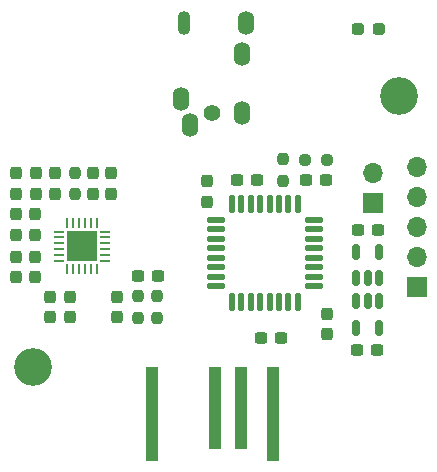
<source format=gts>
G04 #@! TF.GenerationSoftware,KiCad,Pcbnew,8.0.1*
G04 #@! TF.CreationDate,2024-04-27T09:51:47+09:30*
G04 #@! TF.ProjectId,hawk,6861776b-2e6b-4696-9361-645f70636258,1*
G04 #@! TF.SameCoordinates,Original*
G04 #@! TF.FileFunction,Soldermask,Top*
G04 #@! TF.FilePolarity,Negative*
%FSLAX46Y46*%
G04 Gerber Fmt 4.6, Leading zero omitted, Abs format (unit mm)*
G04 Created by KiCad (PCBNEW 8.0.1) date 2024-04-27 09:51:47*
%MOMM*%
%LPD*%
G01*
G04 APERTURE LIST*
G04 Aperture macros list*
%AMRoundRect*
0 Rectangle with rounded corners*
0 $1 Rounding radius*
0 $2 $3 $4 $5 $6 $7 $8 $9 X,Y pos of 4 corners*
0 Add a 4 corners polygon primitive as box body*
4,1,4,$2,$3,$4,$5,$6,$7,$8,$9,$2,$3,0*
0 Add four circle primitives for the rounded corners*
1,1,$1+$1,$2,$3*
1,1,$1+$1,$4,$5*
1,1,$1+$1,$6,$7*
1,1,$1+$1,$8,$9*
0 Add four rect primitives between the rounded corners*
20,1,$1+$1,$2,$3,$4,$5,0*
20,1,$1+$1,$4,$5,$6,$7,0*
20,1,$1+$1,$6,$7,$8,$9,0*
20,1,$1+$1,$8,$9,$2,$3,0*%
G04 Aperture macros list end*
%ADD10RoundRect,0.237500X-0.237500X0.300000X-0.237500X-0.300000X0.237500X-0.300000X0.237500X0.300000X0*%
%ADD11RoundRect,0.237500X0.300000X0.237500X-0.300000X0.237500X-0.300000X-0.237500X0.300000X-0.237500X0*%
%ADD12C,3.200000*%
%ADD13RoundRect,0.237500X-0.237500X0.250000X-0.237500X-0.250000X0.237500X-0.250000X0.237500X0.250000X0*%
%ADD14R,1.000000X7.000000*%
%ADD15RoundRect,0.237500X0.237500X-0.300000X0.237500X0.300000X-0.237500X0.300000X-0.237500X-0.300000X0*%
%ADD16RoundRect,0.150000X0.150000X-0.512500X0.150000X0.512500X-0.150000X0.512500X-0.150000X-0.512500X0*%
%ADD17RoundRect,0.125000X0.625000X0.125000X-0.625000X0.125000X-0.625000X-0.125000X0.625000X-0.125000X0*%
%ADD18RoundRect,0.125000X0.125000X0.625000X-0.125000X0.625000X-0.125000X-0.625000X0.125000X-0.625000X0*%
%ADD19RoundRect,0.237500X-0.300000X-0.237500X0.300000X-0.237500X0.300000X0.237500X-0.300000X0.237500X0*%
%ADD20RoundRect,0.237500X0.287500X0.237500X-0.287500X0.237500X-0.287500X-0.237500X0.287500X-0.237500X0*%
%ADD21RoundRect,0.150000X-0.150000X0.512500X-0.150000X-0.512500X0.150000X-0.512500X0.150000X0.512500X0*%
%ADD22R,0.812800X0.254000*%
%ADD23R,0.254000X0.812800*%
%ADD24R,2.641600X2.641600*%
%ADD25R,1.000000X8.000000*%
%ADD26RoundRect,0.237500X0.250000X0.237500X-0.250000X0.237500X-0.250000X-0.237500X0.250000X-0.237500X0*%
%ADD27R,1.700000X1.700000*%
%ADD28O,1.700000X1.700000*%
%ADD29C,1.397000*%
%ADD30O,1.371600X2.006600*%
%ADD31O,1.100000X2.000000*%
G04 APERTURE END LIST*
D10*
X158394400Y-109983100D03*
X158394400Y-111708100D03*
D11*
X154532500Y-112014000D03*
X152807500Y-112014000D03*
D12*
X133500000Y-114500000D03*
D13*
X154686000Y-96877500D03*
X154686000Y-98702500D03*
D10*
X140154700Y-98070500D03*
X140154700Y-99795500D03*
D14*
X148890614Y-117929844D03*
D11*
X158342500Y-98610000D03*
X156617500Y-98610000D03*
X162660500Y-113030000D03*
X160935500Y-113030000D03*
D10*
X138630700Y-98070500D03*
X138630700Y-99795500D03*
D15*
X135382000Y-99795500D03*
X135382000Y-98070500D03*
D16*
X160898800Y-106984800D03*
X161848800Y-106984800D03*
X162798800Y-106984800D03*
X162798800Y-104709800D03*
X160898800Y-104709800D03*
D13*
X142367000Y-108498500D03*
X142367000Y-110323500D03*
D17*
X157323500Y-107629500D03*
X157323500Y-106829500D03*
X157323500Y-106029500D03*
X157323500Y-105229500D03*
X157323500Y-104429500D03*
X157323500Y-103629500D03*
X157323500Y-102829500D03*
X157323500Y-102029500D03*
D18*
X155948500Y-100654500D03*
X155148500Y-100654500D03*
X154348500Y-100654500D03*
X153548500Y-100654500D03*
X152748500Y-100654500D03*
X151948500Y-100654500D03*
X151148500Y-100654500D03*
X150348500Y-100654500D03*
D17*
X148973500Y-102029500D03*
X148973500Y-102829500D03*
X148973500Y-103629500D03*
X148973500Y-104429500D03*
X148973500Y-105229500D03*
X148973500Y-106029500D03*
X148973500Y-106829500D03*
X148973500Y-107629500D03*
D18*
X150348500Y-109004500D03*
X151148500Y-109004500D03*
X151948500Y-109004500D03*
X152748500Y-109004500D03*
X153548500Y-109004500D03*
X154348500Y-109004500D03*
X155148500Y-109004500D03*
X155948500Y-109004500D03*
D19*
X161012800Y-102926300D03*
X162737800Y-102926300D03*
D15*
X133731000Y-99795500D03*
X133731000Y-98070500D03*
D20*
X162802500Y-85849500D03*
X161052500Y-85849500D03*
D10*
X140659100Y-108548500D03*
X140659100Y-110273500D03*
D15*
X148252500Y-100501000D03*
X148252500Y-98776000D03*
D10*
X136620700Y-108542500D03*
X136620700Y-110267500D03*
D15*
X132082500Y-103282500D03*
X132082500Y-101557500D03*
D21*
X162798800Y-108906300D03*
X161848800Y-108906300D03*
X160898800Y-108906300D03*
X160898800Y-111181300D03*
X162798800Y-111181300D03*
D10*
X133699700Y-105153500D03*
X133699700Y-106878500D03*
D22*
X135727400Y-103014500D03*
X135727400Y-103514499D03*
X135727400Y-104014500D03*
X135727400Y-104514500D03*
X135727400Y-105014501D03*
X135727400Y-105514500D03*
D23*
X136420500Y-106207600D03*
X136920499Y-106207600D03*
X137420500Y-106207600D03*
X137920500Y-106207600D03*
X138420501Y-106207600D03*
X138920500Y-106207600D03*
D22*
X139613600Y-105514500D03*
X139613600Y-105014501D03*
X139613600Y-104514500D03*
X139613600Y-104014500D03*
X139613600Y-103514499D03*
X139613600Y-103014500D03*
D23*
X138920500Y-102321400D03*
X138420501Y-102321400D03*
X137920500Y-102321400D03*
X137420500Y-102321400D03*
X136920499Y-102321400D03*
X136420500Y-102321400D03*
D24*
X137670500Y-104264500D03*
D15*
X133699700Y-103282500D03*
X133699700Y-101557500D03*
D19*
X150776600Y-98610000D03*
X152501600Y-98610000D03*
D12*
X164500000Y-91500000D03*
D14*
X151141155Y-117929844D03*
D10*
X132080000Y-98070500D03*
X132080000Y-99795500D03*
D13*
X137033000Y-98020500D03*
X137033000Y-99845500D03*
D19*
X142396000Y-106804500D03*
X144121000Y-106804500D03*
D25*
X153878516Y-118421729D03*
D13*
X144018000Y-108498500D03*
X144018000Y-110323500D03*
D25*
X143574057Y-118421729D03*
D10*
X134969700Y-108542500D03*
X134969700Y-110267500D03*
D26*
X158373000Y-96977200D03*
X156548000Y-96977200D03*
D10*
X132082500Y-105153500D03*
X132082500Y-106878500D03*
D27*
X162306000Y-100589000D03*
D28*
X162306000Y-98049000D03*
D27*
X165989000Y-107696000D03*
D28*
X165989000Y-105156000D03*
X165989000Y-102616000D03*
X165989000Y-100076000D03*
X165989000Y-97536000D03*
D29*
X148643300Y-92986900D03*
D30*
X151543299Y-85365251D03*
D31*
X146343299Y-85365251D03*
D30*
X151243300Y-87986900D03*
X146043300Y-91786900D03*
X146843301Y-93986901D03*
X151243300Y-92986900D03*
M02*

</source>
